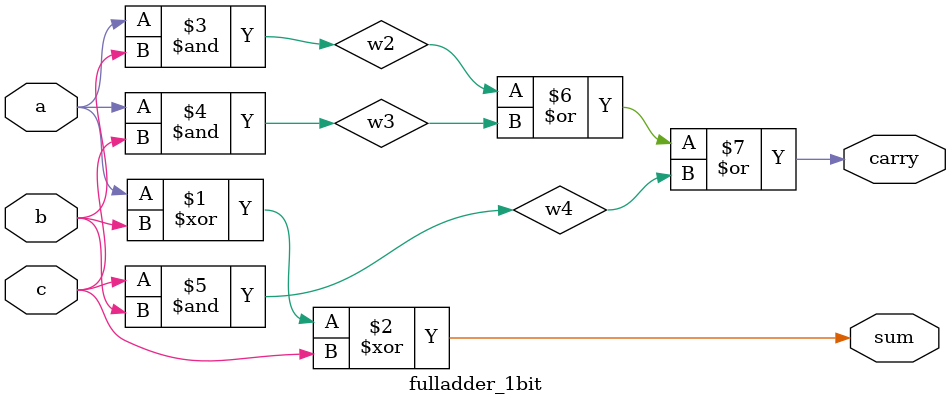
<source format=v>


module fulladder_1bit(input a,b,c, output sum,carry);
    wire w2,w3,w4;
    xor (sum,a,b,c);
    and(w2,a,b);
    and(w3,a,c);
    and(w4,c,b);
    or(carry,w2,w3,w4);
endmodule



</source>
